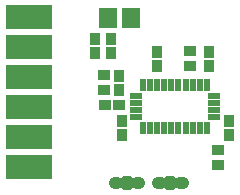
<source format=gts>
G04 This is an RS-274x file exported by *
G04 gerbv version 2.6.1 *
G04 More information is available about gerbv at *
G04 http://gerbv.geda-project.org/ *
G04 --End of header info--*
%MOIN*%
%FSLAX34Y34*%
%IPPOS*%
G04 --Define apertures--*
%ADD10R,0.0371X0.0444*%
%ADD11R,0.0444X0.0371*%
%ADD12R,0.0592X0.0710*%
%ADD13R,0.1580X0.0840*%
%ADD14R,0.0218X0.0434*%
%ADD15R,0.0434X0.0218*%
%ADD16C,0.0395*%
%ADD17C,0.0198*%
%ADD18R,0.0434X0.0356*%
%ADD19R,0.0356X0.0434*%
G04 --Start main section--*
G54D10*
G01X0005150Y0004824D03*
G01X0005150Y0005296D03*
G01X0005050Y0006324D03*
G01X0005050Y0006796D03*
G01X0006300Y0007124D03*
G01X0006300Y0007596D03*
G01X0008050Y0007596D03*
G01X0008050Y0007124D03*
G01X0008700Y0005296D03*
G01X0008700Y0004824D03*
G54D11*
G01X0005036Y0005810D03*
G01X0004564Y0005810D03*
G54D12*
G01X0004656Y0008710D03*
G01X0005444Y0008710D03*
G54D13*
G01X0002050Y0003760D03*
G01X0002050Y0004760D03*
G01X0002050Y0005760D03*
G01X0002050Y0006760D03*
G01X0002050Y0007760D03*
G01X0002050Y0008760D03*
G54D14*
G01X0005837Y0006469D03*
G01X0006073Y0006469D03*
G01X0006309Y0006469D03*
G01X0006546Y0006469D03*
G01X0006782Y0006469D03*
G01X0007018Y0006469D03*
G01X0007254Y0006469D03*
G01X0007491Y0006469D03*
G01X0007727Y0006469D03*
G01X0007963Y0006469D03*
G01X0007963Y0005052D03*
G01X0007727Y0005052D03*
G01X0007491Y0005052D03*
G01X0007254Y0005052D03*
G01X0007018Y0005052D03*
G01X0006782Y0005052D03*
G01X0006546Y0005052D03*
G01X0006309Y0005052D03*
G01X0006073Y0005052D03*
G01X0005837Y0005052D03*
G54D15*
G01X0005601Y0005406D03*
G01X0005601Y0005642D03*
G01X0005601Y0005878D03*
G01X0005601Y0006115D03*
G01X0008199Y0006115D03*
G01X0008199Y0005878D03*
G01X0008199Y0005642D03*
G01X0008199Y0005406D03*
G54D16*
G01X0007159Y0003210D02*
G01X0007080Y0003210D01*
G01X0006420Y0003210D02*
G01X0006341Y0003210D01*
G01X0005709Y0003210D02*
G01X0005630Y0003210D01*
G01X0004970Y0003210D02*
G01X0004891Y0003210D01*
G54D17*
G01X0005399Y0003348D02*
G01X0005399Y0003072D01*
G01X0005399Y0003072D02*
G01X0005201Y0003072D01*
G01X0005201Y0003072D02*
G01X0005201Y0003348D01*
G01X0005201Y0003348D02*
G01X0005399Y0003348D01*
G01X0005399Y0003270D02*
G01X0005201Y0003270D01*
G01X0006651Y0003348D02*
G01X0006651Y0003072D01*
G01X0006651Y0003348D02*
G01X0006849Y0003348D01*
G01X0006849Y0003348D02*
G01X0006849Y0003072D01*
G01X0006849Y0003072D02*
G01X0006651Y0003072D01*
G01X0006651Y0003270D02*
G01X0006849Y0003270D01*
G54D18*
G01X0008350Y0003804D03*
G01X0008350Y0004316D03*
G01X0007400Y0007104D03*
G01X0007400Y0007616D03*
G01X0004550Y0006816D03*
G01X0004550Y0006304D03*
G54D19*
G01X0004756Y0007560D03*
G01X0004756Y0008010D03*
G01X0004244Y0008010D03*
G01X0004244Y0007560D03*
M02*

</source>
